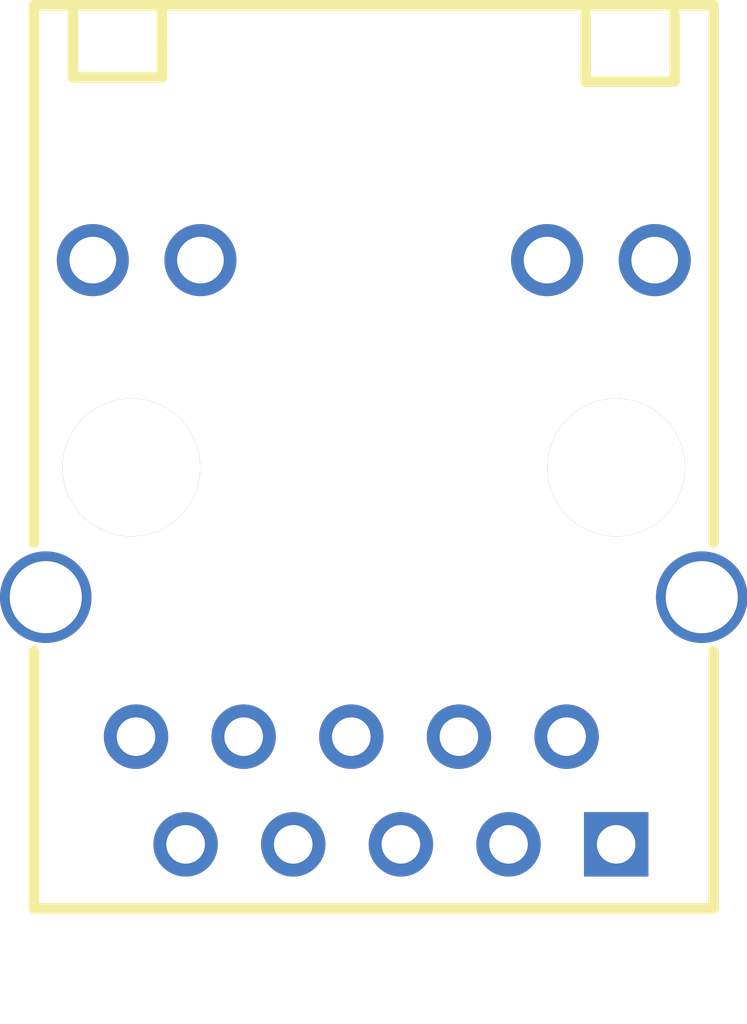
<source format=kicad_pcb>
(kicad_pcb (version 20241229) (generator "atopile") (generator_version "0.12.0")
  (layers (0 "F.Cu" signal) (31 "B.Cu" signal) (34 "B.Paste" user) (35 "F.Paste" user) (36 "B.SilkS" user "B.Silkscreen") (37 "F.SilkS" user "F.Silkscreen") (38 "B.Mask" user) (39 "F.Mask" user) (44 "Edge.Cuts" user))
  (net 0 "")
  (net 1 "pairs[3]_N")
  (net 2 "shield")
  (net 3 "pairs[2]_N")
  (net 4 "net")
  (net 5 "_14")
  (net 6 "pairs[1]_P")
  (net 7 "led_activity-line")
  (net 8 "pairs[0]_P")
  (net 9 "pairs[1]_N")
  (net 10 "_11")
  (net 11 "_12")
  (net 12 "pairs[2]_P")
  (net 13 "pairs[3]_P")
  (net 14 "led_link-line")
  (net 15 "pairs[0]_N")
  (net 16 "_13")
  (footprint "HANRUN_HR911130A:RJ45-TH_HR911130A" (layer "F.Cu") (at 0 0 0)
    (property "Reference" "RJ1" (hide yes))
    (property "Value" "")
    (fp_line (start -8.02 -0.23) (end -8.02 -12.88) (stroke (width 0.25)) (layer "F.SilkS"))
    (fp_line (start 8.02 2.33) (end 8.02 8.4) (stroke (width 0.25)) (layer "F.SilkS"))
    (fp_line (start 8.02 8.4) (end -8.02 8.4) (stroke (width 0.25)) (layer "F.SilkS"))
    (fp_line (start -8.02 8.4) (end -8.02 2.33) (stroke (width 0.25)) (layer "F.SilkS"))
    (fp_line (start -8.02 -12.9) (end 8.02 -12.9) (stroke (width 0.25)) (layer "F.SilkS"))
    (fp_line (start 8.02 -12.9) (end 8.02 -0.23) (stroke (width 0.25)) (layer "F.SilkS"))
    (fp_line (start -7.1 -12.8) (end -7.1 -11.2) (stroke (width 0.25)) (layer "F.SilkS"))
    (fp_line (start -7.1 -11.2) (end -5 -11.2) (stroke (width 0.25)) (layer "F.SilkS"))
    (fp_line (start -5 -11.2) (end -5 -12) (stroke (width 0.25)) (layer "F.SilkS"))
    (fp_line (start -5 -12) (end -5 -12.8) (stroke (width 0.25)) (layer "F.SilkS"))
    (fp_line (start 5 -12.7) (end 5 -11.1) (stroke (width 0.25)) (layer "F.SilkS"))
    (fp_line (start 5 -11.1) (end 7.1 -11.1) (stroke (width 0.25)) (layer "F.SilkS"))
    (fp_line (start 7.1 -11.1) (end 7.1 -11.9) (stroke (width 0.25)) (layer "F.SilkS"))
    (fp_line (start 7.1 -11.9) (end 7.1 -12.7) (stroke (width 0.25)) (layer "F.SilkS"))
    (pad "P1" thru_hole rect (at 5.72 6.89 180) (size 1.52 1.52) (drill 0.9099804) (layers "*.Cu" "*.Mask") (net 8 "pairs[0]_P"))
    (pad "P2" thru_hole circle (at 4.55 4.35 180) (size 1.52 1.52) (drill 0.9099804) (layers "*.Cu" "*.Mask") (net 15 "pairs[0]_N"))
    (pad "P3" thru_hole circle (at 3.18 6.89 180) (size 1.52 1.52) (drill 0.9099804) (layers "*.Cu" "*.Mask") (net 6 "pairs[1]_P"))
    (pad "P4" thru_hole circle (at 2.01 4.35 180) (size 1.52 1.52) (drill 0.9099804) (layers "*.Cu" "*.Mask") (net 12 "pairs[2]_P"))
    (pad "P5" thru_hole circle (at 0.64 6.89 180) (size 1.52 1.52) (drill 0.9099804) (layers "*.Cu" "*.Mask") (net 3 "pairs[2]_N"))
    (pad "P6" thru_hole circle (at -0.53 4.35 180) (size 1.52 1.52) (drill 0.9099804) (layers "*.Cu" "*.Mask") (net 9 "pairs[1]_N"))
    (pad "P7" thru_hole circle (at -1.9 6.89 180) (size 1.52 1.52) (drill 0.9099804) (layers "*.Cu" "*.Mask") (net 13 "pairs[3]_P"))
    (pad "P8" thru_hole circle (at -3.07 4.35 180) (size 1.52 1.52) (drill 0.9099804) (layers "*.Cu" "*.Mask") (net 1 "pairs[3]_N"))
    (pad "SHIELD1" thru_hole circle (at 7.74 1.06 180) (size 2.16 2.16) (drill 1.7000219999999997) (layers "*.Cu" "*.Mask") (net 2 "shield"))
    (pad "SHIELD0" thru_hole circle (at -7.74 1.06 180) (size 2.16 2.16) (drill 1.7000219999999997) (layers "*.Cu" "*.Mask") (net 2 "shield"))
    (pad "14" thru_hole circle (at -6.63 -6.89 180) (size 1.7 1.7) (drill 1.1000231999999999) (layers "*.Cu" "*.Mask") (net 5 "_14"))
    (pad "13" thru_hole circle (at -4.09 -6.89 180) (size 1.7 1.7) (drill 1.1000231999999999) (layers "*.Cu" "*.Mask") (net 16 "_13"))
    (pad "11" thru_hole circle (at 6.63 -6.89 180) (size 1.7 1.7) (drill 1.1000231999999999) (layers "*.Cu" "*.Mask") (net 10 "_11"))
    (pad "12" thru_hole circle (at 4.09 -6.89 180) (size 1.7 1.7) (drill 1.1000231999999999) (layers "*.Cu" "*.Mask") (net 11 "_12"))
    (pad "P9" thru_hole circle (at -4.44 6.89 180) (size 1.52 1.52) (drill 0.9099804) (layers "*.Cu" "*.Mask") (net 14 "led_link-line"))
    (pad "P10" thru_hole circle (at -5.61 4.35 180) (size 1.52 1.52) (drill 0.9099804) (layers "*.Cu" "*.Mask") (net 7 "led_activity-line"))
    (pad "" thru_hole circle (at -5.72 -2 0) (size 3.25 3.25) (drill 3.25) (layers "*.Cu" "*.Mask") (net 4 "net"))
    (pad "" thru_hole circle (at 5.72 -2 0) (size 3.25 3.25) (drill 3.25) (layers "*.Cu" "*.Mask") (net 4 "net"))
  )
)
</source>
